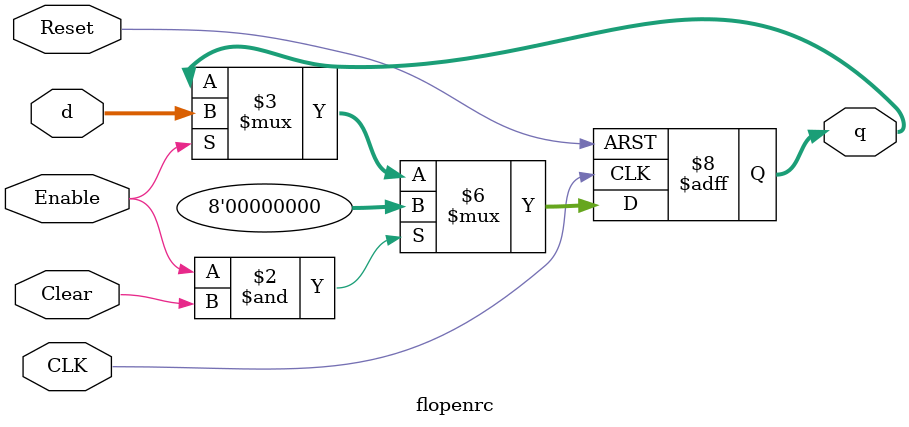
<source format=v>
`timescale 1ns / 1ps


module flopenrc #(parameter 	WIDTH = 8)
	(CLK, Reset, Enable, Clear, d, q);
	input CLK, Reset;
	input Enable, Clear;
	input [WIDTH - 1: 0] d;
	output reg [WIDTH - 1: 0] q;
	//remark: here differs from given code
	// always ->always_ff
	always @(posedge CLK or posedge Reset)
		if(Reset) q <= 0;
		else if (Enable & Clear) q <= 0;
		else if(Enable) q <= d;

endmodule

</source>
